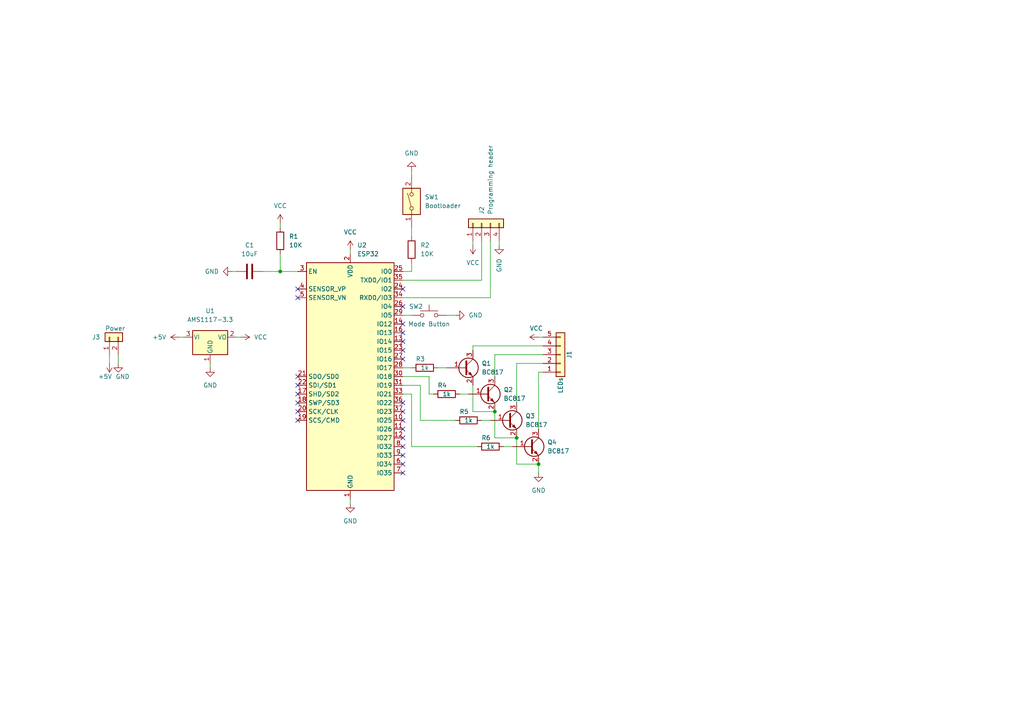
<source format=kicad_sch>
(kicad_sch (version 20211123) (generator eeschema)
  (paper "A4")
  (title_block (title "HighBong") (date "2022-05-02") (rev "V2") (company "Maxr1998"))
  (lib_symbols
    (symbol "Connector_Generic:Conn_01x02" (pin_names (offset 1.016) hide)
      (property "Reference" "J" (at 0 2.54 0))
      (property "Value" "Conn_01x02" (at 0 -5.08 0))
      (symbol "Conn_01x02_1_1"
        (rectangle (start -1.27 -2.413) (end 0 -2.667) (stroke (width 0.1524)))
        (rectangle (start -1.27 0.127) (end 0 -0.127) (stroke (width 0.1524)))
        (rectangle (start -1.27 1.27) (end 1.27 -3.81) (stroke (width 0.254)) (fill (type background)))
        (pin passive line (at -5.08 0 0) (length 3.81) (name "Pin_1") (number "1"))
        (pin passive line (at -5.08 -2.54 0) (length 3.81) (name "Pin_2") (number "2"))
      )
    )
    (symbol "Connector_Generic:Conn_01x04" (pin_names (offset 1.016) hide)
      (property "Reference" "J" (at 0 5.08 0))
      (property "Value" "Conn_01x04" (at 0 -7.62 0))
      (symbol "Conn_01x04_1_1"
        (rectangle (start -1.27 -4.953) (end 0 -5.207) (stroke (width 0.1524)))
        (rectangle (start -1.27 -2.413) (end 0 -2.667) (stroke (width 0.1524)))
        (rectangle (start -1.27 0.127) (end 0 -0.127) (stroke (width 0.1524)))
        (rectangle (start -1.27 2.667) (end 0 2.413) (stroke (width 0.1524)))
        (rectangle (start -1.27 3.81) (end 1.27 -6.35) (stroke (width 0.254)) (fill (type background)))
        (pin passive line (at -5.08 2.54 0) (length 3.81) (name "Pin_1") (number "1"))
        (pin passive line (at -5.08 0 0) (length 3.81) (name "Pin_2") (number "2"))
        (pin passive line (at -5.08 -2.54 0) (length 3.81) (name "Pin_3") (number "3"))
        (pin passive line (at -5.08 -5.08 0) (length 3.81) (name "Pin_4") (number "4"))
      )
    )
    (symbol "Connector_Generic:Conn_01x05" (pin_names (offset 1.016) hide)
      (property "Reference" "J" (at 0 7.62 0))
      (property "Value" "Conn_01x05" (at 0 -7.62 0))
      (symbol "Conn_01x05_1_1"
        (rectangle (start -1.27 -4.953) (end 0 -5.207) (stroke (width 0.1524)))
        (rectangle (start -1.27 -2.413) (end 0 -2.667) (stroke (width 0.1524)))
        (rectangle (start -1.27 0.127) (end 0 -0.127) (stroke (width 0.1524)))
        (rectangle (start -1.27 2.667) (end 0 2.413) (stroke (width 0.1524)))
        (rectangle (start -1.27 5.207) (end 0 4.953) (stroke (width 0.1524)))
        (rectangle (start -1.27 6.35) (end 1.27 -6.35) (stroke (width 0.254)) (fill (type background)))
        (pin passive line (at -5.08 5.08 0) (length 3.81) (name "Pin_1") (number "1"))
        (pin passive line (at -5.08 2.54 0) (length 3.81) (name "Pin_2") (number "2"))
        (pin passive line (at -5.08 0 0) (length 3.81) (name "Pin_3") (number "3"))
        (pin passive line (at -5.08 -2.54 0) (length 3.81) (name "Pin_4") (number "4"))
        (pin passive line (at -5.08 -5.08 0) (length 3.81) (name "Pin_5") (number "5"))
      )
    )
    (symbol "Device:C" (pin_numbers hide) (pin_names (offset 0.254))
      (property "Reference" "C" (at 0.635 2.54 0))
      (property "Value" "C" (at 0.635 -2.54 0))
      (symbol "C_0_1"
        (polyline (pts (xy -2.032 -0.762) (xy 2.032 -0.762)) (stroke (width 0.508)))
        (polyline (pts (xy -2.032 0.762) (xy 2.032 0.762)) (stroke (width 0.508)))
      )
      (symbol "C_1_1"
        (pin passive line (at 0 3.81 270) (length 2.794) (name "~") (number "1"))
        (pin passive line (at 0 -3.81 90) (length 2.794) (name "~") (number "2"))
      )
    )
    (symbol "Device:R" (pin_numbers hide) (pin_names (offset 0))
      (property "Reference" "R" (at 2.032 0 90))
      (property "Value" "R" (at 0 0 90))
      (symbol "R_0_1"
        (rectangle (start -1.016 -2.54) (end 1.016 2.54) (stroke (width 0.254)))
      )
      (symbol "R_1_1"
        (pin passive line (at 0 3.81 270) (length 1.27) (name "~") (number "1"))
        (pin passive line (at 0 -3.81 90) (length 1.27) (name "~") (number "2"))
      )
    )
    (symbol "RF_Module:ESP32-WROOM-32"
      (property "Reference" "U" (at -12.7 34.29 0))
      (property "Value" "ESP32-WROOM-32" (at 1.27 34.29 0))
      (symbol "ESP32-WROOM-32_0_1"
        (rectangle (start -12.7 33.02) (end 12.7 -33.02) (stroke (width 0.254)) (fill (type background)))
      )
      (symbol "ESP32-WROOM-32_1_1"
        (pin power_in line (at 0 -35.56 90) (length 2.54) (name "GND") (number "1"))
        (pin bidirectional line (at 15.24 -12.7 180) (length 2.54) (name "IO25") (number "10"))
        (pin bidirectional line (at 15.24 -15.24 180) (length 2.54) (name "IO26") (number "11"))
        (pin bidirectional line (at 15.24 -17.78 180) (length 2.54) (name "IO27") (number "12"))
        (pin bidirectional line (at 15.24 10.16 180) (length 2.54) (name "IO14") (number "13"))
        (pin bidirectional line (at 15.24 15.24 180) (length 2.54) (name "IO12") (number "14"))
        (pin passive line (at 0 -35.56 90) (length 2.54) hide (name "GND") (number "15"))
        (pin bidirectional line (at 15.24 12.7 180) (length 2.54) (name "IO13") (number "16"))
        (pin bidirectional line (at -15.24 -5.08 0) (length 2.54) (name "SHD/SD2") (number "17"))
        (pin bidirectional line (at -15.24 -7.62 0) (length 2.54) (name "SWP/SD3") (number "18"))
        (pin bidirectional line (at -15.24 -12.7 0) (length 2.54) (name "SCS/CMD") (number "19"))
        (pin power_in line (at 0 35.56 270) (length 2.54) (name "VDD") (number "2"))
        (pin bidirectional line (at -15.24 -10.16 0) (length 2.54) (name "SCK/CLK") (number "20"))
        (pin bidirectional line (at -15.24 0 0) (length 2.54) (name "SDO/SD0") (number "21"))
        (pin bidirectional line (at -15.24 -2.54 0) (length 2.54) (name "SDI/SD1") (number "22"))
        (pin bidirectional line (at 15.24 7.62 180) (length 2.54) (name "IO15") (number "23"))
        (pin bidirectional line (at 15.24 25.4 180) (length 2.54) (name "IO2") (number "24"))
        (pin bidirectional line (at 15.24 30.48 180) (length 2.54) (name "IO0") (number "25"))
        (pin bidirectional line (at 15.24 20.32 180) (length 2.54) (name "IO4") (number "26"))
        (pin bidirectional line (at 15.24 5.08 180) (length 2.54) (name "IO16") (number "27"))
        (pin bidirectional line (at 15.24 2.54 180) (length 2.54) (name "IO17") (number "28"))
        (pin bidirectional line (at 15.24 17.78 180) (length 2.54) (name "IO5") (number "29"))
        (pin input line (at -15.24 30.48 0) (length 2.54) (name "EN") (number "3"))
        (pin bidirectional line (at 15.24 0 180) (length 2.54) (name "IO18") (number "30"))
        (pin bidirectional line (at 15.24 -2.54 180) (length 2.54) (name "IO19") (number "31"))
        (pin no_connect line (at -12.7 -27.94 0) (length 2.54) hide (name "NC") (number "32"))
        (pin bidirectional line (at 15.24 -5.08 180) (length 2.54) (name "IO21") (number "33"))
        (pin bidirectional line (at 15.24 22.86 180) (length 2.54) (name "RXD0/IO3") (number "34"))
        (pin bidirectional line (at 15.24 27.94 180) (length 2.54) (name "TXD0/IO1") (number "35"))
        (pin bidirectional line (at 15.24 -7.62 180) (length 2.54) (name "IO22") (number "36"))
        (pin bidirectional line (at 15.24 -10.16 180) (length 2.54) (name "IO23") (number "37"))
        (pin passive line (at 0 -35.56 90) (length 2.54) hide (name "GND") (number "38"))
        (pin passive line (at 0 -35.56 90) (length 2.54) hide (name "GND") (number "39"))
        (pin input line (at -15.24 25.4 0) (length 2.54) (name "SENSOR_VP") (number "4"))
        (pin input line (at -15.24 22.86 0) (length 2.54) (name "SENSOR_VN") (number "5"))
        (pin input line (at 15.24 -25.4 180) (length 2.54) (name "IO34") (number "6"))
        (pin input line (at 15.24 -27.94 180) (length 2.54) (name "IO35") (number "7"))
        (pin bidirectional line (at 15.24 -20.32 180) (length 2.54) (name "IO32") (number "8"))
        (pin bidirectional line (at 15.24 -22.86 180) (length 2.54) (name "IO33") (number "9"))
      )
    )
    (symbol "Regulator_Linear:AMS1117-3.3" (pin_names (offset 0.254))
      (property "Reference" "U" (at -3.81 3.175 0))
      (property "Value" "AMS1117-3.3" (at 0 3.175 0))
      (symbol "AMS1117-3.3_0_1"
        (rectangle (start -5.08 -5.08) (end 5.08 1.905) (stroke (width 0.254)) (fill (type background)))
      )
      (symbol "AMS1117-3.3_1_1"
        (pin power_in line (at 0 -7.62 90) (length 2.54) (name "GND") (number "1"))
        (pin power_out line (at 7.62 0 180) (length 2.54) (name "VO") (number "2"))
        (pin power_in line (at -7.62 0 0) (length 2.54) (name "VI") (number "3"))
      )
    )
    (symbol "Switch:SW_DIP_x01" (pin_names (offset 0) hide)
      (property "Reference" "SW" (at 0 3.81 0))
      (property "Value" "SW_DIP_x01" (at 0 -3.81 0))
      (symbol "SW_DIP_x01_0_0"
        (circle (center -2.032 0) (radius 0.508))
        (polyline (pts (xy -1.524 0.127) (xy 2.3622 1.1684)))
        (circle (center 2.032 0) (radius 0.508))
      )
      (symbol "SW_DIP_x01_0_1"
        (rectangle (start -3.81 2.54) (end 3.81 -2.54) (stroke (width 0.254)) (fill (type background)))
      )
      (symbol "SW_DIP_x01_1_1"
        (pin passive line (at -7.62 0 0) (length 5.08) (name "~") (number "1"))
        (pin passive line (at 7.62 0 180) (length 5.08) (name "~") (number "2"))
      )
    )
    (symbol "Switch:SW_Push" (pin_numbers hide) (pin_names (offset 1.016) hide)
      (property "Reference" "SW" (at 1.27 2.54 0))
      (property "Value" "SW_Push" (at 0 -1.524 0))
      (symbol "SW_Push_0_1"
        (circle (center -2.032 0) (radius 0.508))
        (polyline (pts (xy 0 1.27) (xy 0 3.048)))
        (polyline (pts (xy 2.54 1.27) (xy -2.54 1.27)))
        (circle (center 2.032 0) (radius 0.508))
        (pin passive line (at -5.08 0 0) (length 2.54) (name "1") (number "1"))
        (pin passive line (at 5.08 0 180) (length 2.54) (name "2") (number "2"))
      )
    )
    (symbol "Transistor_BJT:BC817" (pin_names (offset 0) hide)
      (property "Reference" "Q" (at 5.08 1.905 0))
      (property "Value" "BC817" (at 5.08 0 0))
      (symbol "BC817_0_1"
        (polyline (pts (xy 0.635 0.635) (xy 2.54 2.54)))
        (polyline (pts (xy 0.635 -0.635) (xy 2.54 -2.54) (xy 2.54 -2.54)))
        (polyline (pts (xy 0.635 1.905) (xy 0.635 -1.905) (xy 0.635 -1.905)) (stroke (width 0.508)))
        (polyline (pts (xy 1.27 -1.778) (xy 1.778 -1.27) (xy 2.286 -2.286) (xy 1.27 -1.778) (xy 1.27 -1.778)) (fill (type outline)))
        (circle (center 1.27 0) (radius 2.8194) (stroke (width 0.254)))
      )
      (symbol "BC817_1_1"
        (pin input line (at -5.08 0 0) (length 5.715) (name "B") (number "1"))
        (pin passive line (at 2.54 -5.08 90) (length 2.54) (name "E") (number "2"))
        (pin passive line (at 2.54 5.08 270) (length 2.54) (name "C") (number "3"))
      )
    )
    (symbol "power:+5V" (power) (pin_names (offset 0))
      (property "Value" "+5V" (at 0 3.556 0))
      (symbol "+5V_0_1"
        (polyline (pts (xy -0.762 1.27) (xy 0 2.54)))
        (polyline (pts (xy 0 0) (xy 0 2.54)))
        (polyline (pts (xy 0 2.54) (xy 0.762 1.27)))
      )
      (symbol "+5V_1_1"
        (pin power_in line (at 0 0 90) (length 0) hide (name "+5V") (number "1"))
      )
    )
    (symbol "power:GND" (power) (pin_names (offset 0))
      (property "Value" "GND" (at 0 -3.81 0))
      (symbol "GND_0_1"
        (polyline (pts (xy 0 0) (xy 0 -1.27) (xy 1.27 -1.27) (xy 0 -2.54) (xy -1.27 -1.27) (xy 0 -1.27)))
      )
      (symbol "GND_1_1"
        (pin power_in line (at 0 0 270) (length 0) hide (name "GND") (number "1"))
      )
    )
    (symbol "power:VCC" (power) (pin_names (offset 0))
      (property "Value" "VCC" (at 0 3.81 0))
      (symbol "VCC_0_1"
        (polyline (pts (xy -0.762 1.27) (xy 0 2.54)))
        (polyline (pts (xy 0 0) (xy 0 2.54)))
        (polyline (pts (xy 0 2.54) (xy 0.762 1.27)))
      )
      (symbol "VCC_1_1"
        (pin power_in line (at 0 0 90) (length 0) hide (name "VCC") (number "1"))
      )
    )
  )
  (junction (at 149.86 127))
  (junction (at 143.51 119.38))
  (junction (at 81.28 78.74))
  (junction (at 156.21 134.62))
  (no_connect (at 116.84 104.14))
  (no_connect (at 116.84 88.9))
  (no_connect (at 116.84 101.6))
  (no_connect (at 116.84 99.06))
  (no_connect (at 116.84 96.52))
  (no_connect (at 116.84 93.98))
  (no_connect (at 86.36 111.76))
  (no_connect (at 86.36 114.3))
  (no_connect (at 86.36 116.84))
  (no_connect (at 86.36 119.38))
  (no_connect (at 86.36 121.92))
  (no_connect (at 86.36 109.22))
  (no_connect (at 116.84 132.08))
  (no_connect (at 116.84 129.54))
  (no_connect (at 116.84 127))
  (no_connect (at 116.84 124.46))
  (no_connect (at 116.84 121.92))
  (no_connect (at 116.84 137.16))
  (no_connect (at 116.84 134.62))
  (no_connect (at 116.84 119.38))
  (no_connect (at 116.84 116.84))
  (no_connect (at 116.84 83.82))
  (no_connect (at 86.36 83.82))
  (no_connect (at 86.36 86.36))
  (wire (pts (xy 101.6 144.78) (xy 101.6 146.05)))
  (wire (pts (xy 157.48 105.41) (xy 149.86 105.41)))
  (wire (pts (xy 139.7 121.92) (xy 142.24 121.92)))
  (wire (pts (xy 157.48 100.33) (xy 137.16 100.33)))
  (wire (pts (xy 137.16 111.76) (xy 137.16 119.38)))
  (wire (pts (xy 157.48 107.95) (xy 156.21 107.95)))
  (wire (pts (xy 101.6 72.39) (xy 101.6 73.66)))
  (wire (pts (xy 34.29 102.87) (xy 34.29 105.41)))
  (wire (pts (xy 125.73 114.3) (xy 124.46 114.3)))
  (wire (pts (xy 31.75 102.87) (xy 31.75 105.41)))
  (wire (pts (xy 127 106.68) (xy 129.54 106.68)))
  (wire (pts (xy 81.28 73.66) (xy 81.28 78.74)))
  (wire (pts (xy 81.28 78.74) (xy 86.36 78.74)))
  (wire (pts (xy 156.21 107.95) (xy 156.21 124.46)))
  (wire (pts (xy 119.38 76.2) (xy 119.38 78.74)))
  (wire (pts (xy 137.16 69.85) (xy 137.16 71.12)))
  (wire (pts (xy 146.05 129.54) (xy 148.59 129.54)))
  (wire (pts (xy 124.46 114.3) (xy 124.46 109.22)))
  (wire (pts (xy 119.38 114.3) (xy 119.38 129.54)))
  (wire (pts (xy 157.48 102.87) (xy 143.51 102.87)))
  (wire (pts (xy 143.51 102.87) (xy 143.51 109.22)))
  (wire (pts (xy 116.84 109.22) (xy 124.46 109.22)))
  (wire (pts (xy 116.84 86.36) (xy 142.24 86.36)))
  (wire (pts (xy 116.84 81.28) (xy 139.7 81.28)))
  (wire (pts (xy 139.7 81.28) (xy 139.7 69.85)))
  (wire (pts (xy 67.31 78.74) (xy 68.58 78.74)))
  (wire (pts (xy 116.84 106.68) (xy 119.38 106.68)))
  (wire (pts (xy 156.21 134.62) (xy 156.21 137.16)))
  (wire (pts (xy 149.86 105.41) (xy 149.86 116.84)))
  (wire (pts (xy 119.38 114.3) (xy 116.84 114.3)))
  (wire (pts (xy 132.08 121.92) (xy 121.92 121.92)))
  (wire (pts (xy 149.86 127) (xy 143.51 127)))
  (wire (pts (xy 156.21 134.62) (xy 149.86 134.62)))
  (wire (pts (xy 121.92 121.92) (xy 121.92 111.76)))
  (wire (pts (xy 142.24 86.36) (xy 142.24 69.85)))
  (wire (pts (xy 137.16 100.33) (xy 137.16 101.6)))
  (wire (pts (xy 119.38 129.54) (xy 138.43 129.54)))
  (wire (pts (xy 137.16 119.38) (xy 143.51 119.38)))
  (wire (pts (xy 129.54 91.44) (xy 132.08 91.44)))
  (wire (pts (xy 81.28 64.77) (xy 81.28 66.04)))
  (wire (pts (xy 144.78 71.12) (xy 144.78 69.85)))
  (wire (pts (xy 156.21 97.79) (xy 157.48 97.79)))
  (wire (pts (xy 143.51 127) (xy 143.51 119.38)))
  (wire (pts (xy 60.96 105.41) (xy 60.96 106.68)))
  (wire (pts (xy 133.35 114.3) (xy 135.89 114.3)))
  (wire (pts (xy 116.84 91.44) (xy 119.38 91.44)))
  (wire (pts (xy 76.2 78.74) (xy 81.28 78.74)))
  (wire (pts (xy 121.92 111.76) (xy 116.84 111.76)))
  (wire (pts (xy 68.58 97.79) (xy 69.85 97.79)))
  (wire (pts (xy 119.38 49.53) (xy 119.38 50.8)))
  (wire (pts (xy 119.38 78.74) (xy 116.84 78.74)))
  (wire (pts (xy 52.07 97.79) (xy 53.34 97.79)))
  (wire (pts (xy 149.86 134.62) (xy 149.86 127)))
  (wire (pts (xy 119.38 66.04) (xy 119.38 68.58)))
  (symbol (lib_id "power:GND") (at 156.21 137.16 0) (unit 1)
    (property "Reference" "#PWR0113" (effects hide))
    (property "Value" "GND" (at 156.21 142.24 0))
  )
  (symbol (lib_id "power:VCC") (at 101.6 72.39 0) (unit 1)
    (property "Reference" "#PWR0109" (effects hide))
    (property "Value" "VCC" (at 101.6 67.31 0))
  )
  (symbol (lib_id "Connector_Generic:Conn_01x02") (at 31.75 97.79 90) (unit 1)
    (property "Reference" "J3" (at 26.67 97.79 90) (effects (justify right)))
    (property "Value" "Power" (at 30.48 95.25 90) (effects (justify right)))
    (property "Footprint" "Connector_JST:JST_PH_B2B-PH-SM4-TB_1x02-1MP_P2.00mm_Vertical" (effects hide))
  )
  (symbol (lib_id "Device:R") (at 81.28 69.85 0) (unit 1)
    (property "Reference" "R1" (at 83.82 68.5799 0) (effects (justify left)))
    (property "Value" "10K" (at 83.82 71.1199 0) (effects (justify left)))
    (property "Footprint" "Resistor_SMD:R_0805_2012Metric_Pad1.20x1.40mm_HandSolder" (effects hide))
  )
  (symbol (lib_id "power:VCC") (at 69.85 97.79 270) (unit 1)
    (property "Reference" "#PWR0111" (effects hide))
    (property "Value" "VCC" (at 73.66 97.7899 90) (effects (justify left)))
  )
  (symbol (lib_id "power:GND") (at 34.29 105.41 0) (unit 1)
    (property "Reference" "#PWR0114" (effects hide))
    (property "Value" "GND" (at 35.56 109.22 0))
  )
  (symbol (lib_id "Transistor_BJT:BC817") (at 140.97 114.3 0) (unit 1)
    (property "Reference" "Q2" (at 146.05 113.03 0) (effects (justify left)))
    (property "Value" "BC817" (at 146.05 115.57 0) (effects (justify left)))
    (property "Footprint" "Package_TO_SOT_SMD:SOT-23" (effects hide))
    (property "Datasheet" "https://www.onsemi.com/pub/Collateral/BC818-D.pdf" (effects hide))
  )
  (symbol (lib_id "Device:R") (at 129.54 114.3 90) (unit 1)
    (property "Reference" "R4" (at 128.27 111.76 90))
    (property "Value" "1k" (at 129.54 114.3 90))
    (property "Footprint" "Resistor_SMD:R_0805_2012Metric_Pad1.20x1.40mm_HandSolder" (effects hide))
  )
  (symbol (lib_id "RF_Module:ESP32-WROOM-32") (at 101.6 109.22 0) (unit 1)
    (property "Reference" "U2" (at 103.6194 71.12 0) (effects (justify left)))
    (property "Value" "ESP32" (at 103.6194 73.66 0) (effects (justify left)))
    (property "Footprint" "RF_Module:ESP32-WROOM-32" (effects hide))
    (property "Datasheet" "https://www.espressif.com/sites/default/files/documentation/esp32-wroom-32_datasheet_en.pdf" (effects hide))
  )
  (symbol (lib_id "Transistor_BJT:BC817") (at 147.32 121.92 0) (unit 1)
    (property "Reference" "Q3" (at 152.4 120.65 0) (effects (justify left)))
    (property "Value" "BC817" (at 152.4 123.19 0) (effects (justify left)))
    (property "Footprint" "Package_TO_SOT_SMD:SOT-23" (effects hide))
    (property "Datasheet" "https://www.onsemi.com/pub/Collateral/BC818-D.pdf" (effects hide))
  )
  (symbol (lib_id "Transistor_BJT:BC817") (at 153.67 129.54 0) (unit 1)
    (property "Reference" "Q4" (at 158.75 128.27 0) (effects (justify left)))
    (property "Value" "BC817" (at 158.75 130.81 0) (effects (justify left)))
    (property "Footprint" "Package_TO_SOT_SMD:SOT-23" (effects hide))
    (property "Datasheet" "https://www.onsemi.com/pub/Collateral/BC818-D.pdf" (effects hide))
  )
  (symbol (lib_id "Switch:SW_DIP_x01") (at 119.38 58.42 90) (unit 1)
    (property "Reference" "SW1" (at 123.19 57.1499 90) (effects (justify right)))
    (property "Value" "Bootloader" (at 123.19 59.6899 90) (effects (justify right)))
    (property "Footprint" "Custom:KPS-1290" (effects hide))
  )
  (symbol (lib_id "power:VCC") (at 156.21 97.79 90) (unit 1)
    (property "Reference" "#PWR0112" (effects hide))
    (property "Value" "VCC" (at 157.48 95.25 90) (effects (justify left)))
  )
  (symbol (lib_id "Device:C") (at 72.39 78.74 270) (unit 1)
    (property "Reference" "C1" (at 72.39 71.12 90))
    (property "Value" "10uF" (at 72.39 73.66 90))
    (property "Footprint" "Capacitor_SMD:C_0805_2012Metric_Pad1.18x1.45mm_HandSolder" (effects hide))
  )
  (symbol (lib_id "Regulator_Linear:AMS1117-3.3") (at 60.96 97.79 0) (unit 1)
    (property "Reference" "U1" (at 60.96 90.17 0))
    (property "Value" "AMS1117-3.3" (at 60.96 92.71 0))
    (property "Footprint" "Package_TO_SOT_SMD:SOT-223-3_TabPin2" (effects hide))
    (property "Datasheet" "http://www.advanced-monolithic.com/pdf/ds1117.pdf" (effects hide))
  )
  (symbol (lib_id "power:+5V") (at 31.75 105.41 180) (unit 1)
    (property "Reference" "#PWR0115" (effects hide))
    (property "Value" "+5V" (at 30.48 109.22 0))
  )
  (symbol (lib_id "power:GND") (at 101.6 146.05 0) (unit 1)
    (property "Reference" "#PWR0103" (effects hide))
    (property "Value" "GND" (at 101.6 151.13 0))
  )
  (symbol (lib_id "Connector_Generic:Conn_01x04") (at 139.7 64.77 90) (unit 1)
    (property "Reference" "J2" (at 139.6999 62.23 0) (effects (justify left)))
    (property "Value" "Programming header" (at 142.2399 62.23 0) (effects (justify left)))
    (property "Footprint" "Connector_PinHeader_2.54mm:PinHeader_1x04_P2.54mm_Vertical" (effects hide))
  )
  (symbol (lib_id "power:GND") (at 144.78 71.12 0) (unit 1)
    (property "Reference" "#PWR0105" (effects hide))
    (property "Value" "GND" (at 144.7799 74.93 90) (effects (justify right)))
  )
  (symbol (lib_id "power:VCC") (at 137.16 71.12 180) (unit 1)
    (property "Reference" "#PWR0104" (effects hide))
    (property "Value" "VCC" (at 137.16 76.2 0))
  )
  (symbol (lib_id "Device:R") (at 142.24 129.54 90) (unit 1)
    (property "Reference" "R6" (at 140.97 127 90))
    (property "Value" "1k" (at 142.24 129.54 90))
    (property "Footprint" "Resistor_SMD:R_0805_2012Metric_Pad1.20x1.40mm_HandSolder" (effects hide))
  )
  (symbol (lib_id "Connector_Generic:Conn_01x05") (at 162.56 102.87 0) (mirror x) (unit 1)
    (property "Reference" "J1" (at 165.1 102.87 90))
    (property "Value" "LEDs" (at 162.56 111.76 90))
    (property "Footprint" "Connector_JST:JST_PH_B5B-PH-SM4-TB_1x05-1MP_P2.00mm_Vertical" (effects hide))
  )
  (symbol (lib_id "power:GND") (at 119.38 49.53 180) (unit 1)
    (property "Reference" "#PWR0106" (effects hide))
    (property "Value" "GND" (at 119.38 44.45 0))
  )
  (symbol (lib_id "power:GND") (at 132.08 91.44 90) (unit 1)
    (property "Reference" "#PWR0107" (effects hide))
    (property "Value" "GND" (at 135.89 91.4399 90) (effects (justify right)))
  )
  (symbol (lib_id "power:GND") (at 67.31 78.74 270) (unit 1)
    (property "Reference" "#PWR0108" (effects hide))
    (property "Value" "GND" (at 63.5 78.7399 90) (effects (justify right)))
  )
  (symbol (lib_id "power:GND") (at 60.96 106.68 0) (unit 1)
    (property "Reference" "#PWR0101" (effects hide))
    (property "Value" "GND" (at 60.96 111.76 0))
  )
  (symbol (lib_id "power:+5V") (at 52.07 97.79 90) (unit 1)
    (property "Reference" "#PWR0102" (effects hide))
    (property "Value" "+5V" (at 48.26 97.7899 90) (effects (justify left)))
  )
  (symbol (lib_id "Transistor_BJT:BC817") (at 134.62 106.68 0) (unit 1)
    (property "Reference" "Q1" (at 139.7 105.41 0) (effects (justify left)))
    (property "Value" "BC817" (at 139.7 107.95 0) (effects (justify left)))
    (property "Footprint" "Package_TO_SOT_SMD:SOT-23" (effects hide))
    (property "Datasheet" "https://www.onsemi.com/pub/Collateral/BC818-D.pdf" (effects hide))
  )
  (symbol (lib_id "Device:R") (at 135.89 121.92 90) (unit 1)
    (property "Reference" "R5" (at 134.62 119.38 90))
    (property "Value" "1k" (at 135.89 121.92 90))
    (property "Footprint" "Resistor_SMD:R_0805_2012Metric_Pad1.20x1.40mm_HandSolder" (effects hide))
  )
  (symbol (lib_id "Device:R") (at 123.19 106.68 90) (unit 1)
    (property "Reference" "R3" (at 121.92 104.14 90))
    (property "Value" "1k" (at 123.19 106.68 90))
    (property "Footprint" "Resistor_SMD:R_0805_2012Metric_Pad1.20x1.40mm_HandSolder" (effects hide))
  )
  (symbol (lib_id "Switch:SW_Push") (at 124.46 91.44 0) (unit 1)
    (property "Reference" "SW2" (at 120.65 88.9 0))
    (property "Value" "Mode Button" (at 124.46 93.98 0))
    (property "Footprint" "Button_Switch_SMD:SW_Push_1P1T_NO_6x6mm_H9.5mm" (effects hide))
  )
  (symbol (lib_id "Device:R") (at 119.38 72.39 0) (unit 1)
    (property "Reference" "R2" (at 121.92 71.1199 0) (effects (justify left)))
    (property "Value" "10K" (at 121.92 73.6599 0) (effects (justify left)))
    (property "Footprint" "Resistor_SMD:R_0805_2012Metric_Pad1.20x1.40mm_HandSolder" (effects hide))
  )
  (symbol (lib_id "power:VCC") (at 81.28 64.77 0) (unit 1)
    (property "Reference" "#PWR0110" (effects hide))
    (property "Value" "VCC" (at 81.28 59.69 0))
  )
)
</source>
